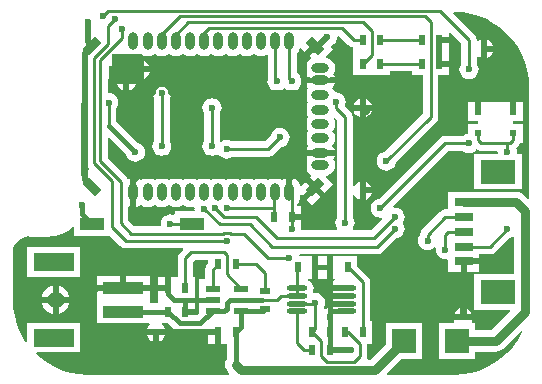
<source format=gbr>
%TF.GenerationSoftware,Altium Limited,Altium Designer,18.1.9 (240)*%
G04 Layer_Physical_Order=1*
G04 Layer_Color=255*
%FSLAX26Y26*%
%MOIN*%
%TF.FileFunction,Copper,L1,Top,Signal*%
%TF.Part,Single*%
G01*
G75*
%TA.AperFunction,SMDPad,CuDef*%
%ADD10R,0.078740X0.043307*%
%ADD11R,0.023622X0.035433*%
%ADD12O,0.031496X0.059055*%
%ADD13O,0.059055X0.031496*%
G04:AMPARAMS|DCode=14|XSize=31.496mil|YSize=59.055mil|CornerRadius=0mil|HoleSize=0mil|Usage=FLASHONLY|Rotation=135.000|XOffset=0mil|YOffset=0mil|HoleType=Round|Shape=Rectangle|*
%AMROTATEDRECTD14*
4,1,4,0.032015,0.009744,-0.009744,-0.032015,-0.032015,-0.009744,0.009744,0.032015,0.032015,0.009744,0.0*
%
%ADD14ROTATEDRECTD14*%

G04:AMPARAMS|DCode=15|XSize=31.496mil|YSize=59.055mil|CornerRadius=0mil|HoleSize=0mil|Usage=FLASHONLY|Rotation=45.000|XOffset=0mil|YOffset=0mil|HoleType=Round|Shape=Rectangle|*
%AMROTATEDRECTD15*
4,1,4,0.009744,-0.032015,-0.032015,0.009744,-0.009744,0.032015,0.032015,-0.009744,0.009744,-0.032015,0.0*
%
%ADD15ROTATEDRECTD15*%

%ADD16R,0.062992X0.031496*%
%ADD17R,0.118110X0.078740*%
%ADD18R,0.023622X0.023622*%
%ADD19R,0.137795X0.039370*%
%ADD20R,0.137795X0.059055*%
%ADD21R,0.078740X0.078740*%
%ADD22O,0.070866X0.017716*%
%ADD23R,0.035433X0.023622*%
%ADD24R,0.050000X0.023622*%
%ADD25R,0.050000X0.023622*%
%TA.AperFunction,Conductor*%
%ADD26C,0.020000*%
%ADD27C,0.015000*%
%ADD28C,0.010000*%
%ADD29C,0.030000*%
%ADD30R,0.094488X0.098425*%
%TA.AperFunction,ViaPad*%
%ADD31C,0.055118*%
%ADD32C,0.023622*%
G36*
X1524108Y1233162D02*
X1551801Y1228457D01*
X1578793Y1220680D01*
X1604744Y1209931D01*
X1629329Y1196343D01*
X1652238Y1180089D01*
X1673182Y1161371D01*
X1691900Y1140427D01*
X1708155Y1117518D01*
X1721742Y1092933D01*
X1732491Y1066982D01*
X1740267Y1039990D01*
X1744973Y1012297D01*
X1746463Y985759D01*
X1746163Y984252D01*
Y613444D01*
X1741544Y611530D01*
X1727718Y625356D01*
X1720407Y630966D01*
X1711893Y634493D01*
X1702756Y635696D01*
X1579055D01*
Y636142D01*
X1476063D01*
Y576671D01*
X1466535D01*
X1456781Y574731D01*
X1448511Y569205D01*
X1389456Y510150D01*
X1383931Y501880D01*
X1381991Y492126D01*
Y491477D01*
X1379693Y488484D01*
X1376488Y480745D01*
X1375395Y472441D01*
X1376488Y464137D01*
X1379693Y456398D01*
X1384792Y449753D01*
X1391438Y444654D01*
X1399176Y441449D01*
X1407480Y440355D01*
X1415785Y441449D01*
X1423523Y444654D01*
X1430168Y449753D01*
X1430336Y449972D01*
X1435118Y447991D01*
X1434450Y442913D01*
X1435543Y434609D01*
X1438748Y426871D01*
X1443848Y420226D01*
X1450493Y415127D01*
X1458231Y411921D01*
X1466535Y410828D01*
X1471063Y411424D01*
X1476063Y407293D01*
Y367795D01*
X1517559D01*
Y403543D01*
X1527559D01*
Y413543D01*
X1579055D01*
Y427266D01*
X1614173D01*
X1623928Y429206D01*
X1632197Y434732D01*
X1677792Y480326D01*
X1681533Y480819D01*
X1689271Y484024D01*
X1691982Y486104D01*
X1696982Y483638D01*
Y360551D01*
X1562677D01*
Y241811D01*
X1681417D01*
X1683330Y237192D01*
X1619236Y173097D01*
X1565276D01*
Y197165D01*
X1556583D01*
X1554070Y202166D01*
X1555880Y206535D01*
X1495301D01*
X1497111Y202166D01*
X1494598Y197165D01*
X1446535D01*
Y78425D01*
X1565276D01*
Y102493D01*
X1633858D01*
X1642995Y103696D01*
X1651509Y107223D01*
X1658821Y112833D01*
X1718935Y172947D01*
X1723092Y170169D01*
X1721742Y166909D01*
X1708155Y142325D01*
X1691900Y119416D01*
X1673182Y98471D01*
X1652238Y79754D01*
X1629329Y63499D01*
X1604744Y49912D01*
X1578793Y39162D01*
X1551801Y31386D01*
X1524108Y26681D01*
X1497568Y25190D01*
X1496063Y25490D01*
X1272892D01*
X1270979Y30109D01*
X1319294Y78425D01*
X1388110D01*
Y197165D01*
X1269370D01*
Y128350D01*
X1217346Y76326D01*
X1208535D01*
X1205149Y81326D01*
X1206592Y88583D01*
Y127953D01*
X1207950Y129607D01*
X1222756D01*
Y205040D01*
X1216434D01*
Y334647D01*
X1214494Y344402D01*
X1208969Y352671D01*
X1173543Y388097D01*
Y421576D01*
X1092677D01*
Y383860D01*
Y346143D01*
X1097449D01*
X1098443Y341143D01*
X1093714Y339184D01*
X1087686Y334558D01*
X1083060Y328530D01*
X1081174Y323977D01*
X1134842D01*
Y303977D01*
X1081174D01*
X1082332Y301181D01*
X1081174Y298386D01*
X1134842D01*
Y278386D01*
X1081174D01*
X1082332Y275591D01*
X1081174Y272796D01*
X1134842D01*
Y252796D01*
X1080549D01*
X1077818Y247981D01*
X1074373Y247528D01*
X1066935Y244447D01*
X1066522Y244372D01*
X1061409Y246615D01*
X1060890Y249234D01*
X1061252Y249705D01*
X1064457Y257444D01*
X1065550Y265748D01*
X1064457Y274052D01*
X1061252Y281791D01*
X1056152Y288436D01*
X1049507Y293535D01*
X1041769Y296740D01*
X1033465Y297834D01*
X1025773Y296821D01*
X1023967Y301181D01*
X1026147Y306443D01*
X1027138Y313977D01*
X1026147Y321510D01*
X1023239Y328530D01*
X1018613Y334558D01*
X1012585Y339184D01*
X1007858Y341142D01*
X1008853Y346142D01*
X1023464D01*
Y383858D01*
Y421575D01*
X980275D01*
X979906Y422266D01*
X982903Y427266D01*
X1240158D01*
X1249912Y429206D01*
X1258181Y434732D01*
X1303776Y480326D01*
X1307517Y480819D01*
X1315255Y484024D01*
X1321900Y489123D01*
X1326999Y495768D01*
X1330205Y503507D01*
X1331298Y511811D01*
X1330205Y520115D01*
X1326999Y527854D01*
X1324205Y531496D01*
X1326999Y535138D01*
X1330205Y542877D01*
X1331298Y551181D01*
X1330205Y559485D01*
X1326999Y567224D01*
X1321900Y573869D01*
X1315255Y578968D01*
X1307517Y582173D01*
X1299213Y583267D01*
X1295141Y582731D01*
X1292806Y587466D01*
X1477094Y771754D01*
X1526239D01*
X1529233Y769457D01*
X1536971Y766252D01*
X1545276Y765159D01*
X1553580Y766252D01*
X1561318Y769457D01*
X1567964Y774556D01*
X1569874Y777047D01*
X1574891Y773695D01*
X1584646Y771754D01*
X1637883D01*
X1641179Y767995D01*
X1641143Y767716D01*
X1641384Y765885D01*
X1638087Y762126D01*
X1562677D01*
Y643386D01*
X1720787D01*
Y762126D01*
X1708370D01*
X1705073Y765885D01*
X1705314Y767716D01*
X1704220Y776021D01*
X1702368Y780493D01*
X1710937Y789063D01*
X1716463Y797332D01*
X1716774Y798898D01*
X1724724D01*
Y862520D01*
X1693620D01*
Y869764D01*
X1724724D01*
Y933386D01*
X1682241D01*
X1681032Y934194D01*
X1673228Y935746D01*
X1594488D01*
X1586685Y934194D01*
X1585475Y933386D01*
X1542992D01*
Y869764D01*
X1574096D01*
Y862520D01*
X1542992D01*
Y829029D01*
X1536971Y828236D01*
X1529233Y825031D01*
X1526239Y822734D01*
X1466535D01*
X1456781Y820794D01*
X1448511Y815268D01*
X1245437Y612193D01*
X1241696Y611701D01*
X1233957Y608496D01*
X1227312Y603397D01*
X1222213Y596751D01*
X1219008Y589013D01*
X1217915Y580709D01*
X1219008Y572404D01*
X1222213Y564666D01*
X1227312Y558021D01*
X1233957Y552922D01*
X1241696Y549716D01*
X1250000Y548623D01*
X1254072Y549159D01*
X1256407Y544423D01*
X1219757Y507773D01*
X1160086D01*
X1157620Y512773D01*
X1159677Y515453D01*
X1162882Y523192D01*
X1163975Y531496D01*
X1162882Y539800D01*
X1159677Y547539D01*
X1157380Y550533D01*
Y624606D01*
X1162380Y625600D01*
X1163158Y623721D01*
X1168257Y617076D01*
X1174902Y611977D01*
X1180945Y609474D01*
Y639764D01*
Y670054D01*
X1174902Y667551D01*
X1168257Y662452D01*
X1163158Y655807D01*
X1162380Y653927D01*
X1157380Y654922D01*
Y885826D01*
X1155439Y895581D01*
X1149914Y903850D01*
X1131502Y922262D01*
X1133354Y926735D01*
X1134448Y935039D01*
X1133354Y943344D01*
X1130149Y951082D01*
X1125050Y957727D01*
X1118405Y962826D01*
X1110667Y966032D01*
X1102362Y967125D01*
X1097390Y966470D01*
X1093972Y974721D01*
X1088242Y982189D01*
X1091194Y986226D01*
X1093972Y989846D01*
X1097297Y997875D01*
X1048966D01*
X1000636D01*
X1003961Y989846D01*
X1006739Y986226D01*
X1009691Y982189D01*
X1003961Y974721D01*
X1000359Y966025D01*
X999130Y956693D01*
X1000359Y947361D01*
X1003961Y938665D01*
X1008253Y933071D01*
X1003961Y927477D01*
X1000359Y918781D01*
X999130Y909449D01*
X1000359Y900117D01*
X1003961Y891421D01*
X1008253Y885827D01*
X1003961Y880233D01*
X1000359Y871537D01*
X999130Y862205D01*
X1000359Y852873D01*
X1003961Y844177D01*
X1008253Y838583D01*
X1003961Y832989D01*
X1000359Y824293D01*
X999130Y814961D01*
X1000359Y805629D01*
X1003961Y796933D01*
X1006739Y793313D01*
X1009691Y789275D01*
X1003961Y781808D01*
X1000636Y773780D01*
X1048966D01*
X1097297D01*
X1093972Y781808D01*
X1088242Y789275D01*
X1091194Y793313D01*
X1093972Y796933D01*
X1097574Y805629D01*
X1098803Y814961D01*
X1097574Y824293D01*
X1093972Y832989D01*
X1089680Y838583D01*
X1093972Y844177D01*
X1097574Y852873D01*
X1098803Y862205D01*
X1097574Y871537D01*
X1093972Y880233D01*
X1092679Y881918D01*
X1096446Y885222D01*
X1106400Y875268D01*
Y550533D01*
X1104103Y547539D01*
X1100898Y539800D01*
X1099804Y531496D01*
X1100898Y523192D01*
X1104103Y515453D01*
X1106159Y512773D01*
X1103694Y507773D01*
X990070D01*
X986773Y511533D01*
X986810Y511811D01*
X986535Y513895D01*
Y541181D01*
X954725D01*
Y561181D01*
X986535D01*
Y588898D01*
X972468D01*
X970861Y593632D01*
X972100Y594583D01*
X977830Y602051D01*
X981432Y610747D01*
X982661Y620079D01*
Y623096D01*
X987280Y625010D01*
X989649Y622641D01*
X1017600Y650591D01*
X999393Y668797D01*
X986052Y655456D01*
X981158Y657633D01*
X977830Y665666D01*
X972100Y673134D01*
X964633Y678864D01*
X956604Y682189D01*
Y633858D01*
X936604D01*
Y682189D01*
X928576Y678864D01*
X922982Y674572D01*
X917389Y678864D01*
X908692Y682466D01*
X899360Y683694D01*
X890028Y682466D01*
X881332Y678864D01*
X875738Y674572D01*
X870144Y678864D01*
X861448Y682466D01*
X852116Y683694D01*
X842784Y682466D01*
X834088Y678864D01*
X828494Y674572D01*
X822900Y678864D01*
X814204Y682466D01*
X804872Y683694D01*
X795540Y682466D01*
X786844Y678864D01*
X781250Y674572D01*
X775656Y678864D01*
X766960Y682466D01*
X757628Y683694D01*
X748296Y682466D01*
X739600Y678864D01*
X734006Y674572D01*
X728412Y678864D01*
X719716Y682466D01*
X710384Y683694D01*
X701052Y682466D01*
X692356Y678864D01*
X686762Y674572D01*
X681168Y678864D01*
X672472Y682466D01*
X663140Y683694D01*
X653808Y682466D01*
X645111Y678864D01*
X639518Y674572D01*
X633924Y678864D01*
X625228Y682466D01*
X615896Y683694D01*
X606563Y682466D01*
X597867Y678864D01*
X592274Y674572D01*
X586680Y678864D01*
X577984Y682466D01*
X568652Y683694D01*
X559319Y682466D01*
X550623Y678864D01*
X545029Y674572D01*
X539436Y678864D01*
X530740Y682466D01*
X521407Y683694D01*
X512075Y682466D01*
X503379Y678864D01*
X497785Y674572D01*
X492192Y678864D01*
X483495Y682466D01*
X474163Y683694D01*
X464831Y682466D01*
X456135Y678864D01*
X450541Y674572D01*
X444947Y678864D01*
X436919Y682189D01*
Y633858D01*
Y585528D01*
X444947Y588853D01*
X450541Y593145D01*
X456135Y588853D01*
X464831Y585251D01*
X474163Y584022D01*
X483495Y585251D01*
X492192Y588853D01*
X497785Y593145D01*
X503379Y588853D01*
X512075Y585251D01*
X521407Y584022D01*
X530740Y585251D01*
X539436Y588853D01*
X545029Y593145D01*
X550623Y588853D01*
X559319Y585251D01*
X568652Y584022D01*
X577984Y585251D01*
X586680Y588853D01*
X592274Y593145D01*
X597867Y588853D01*
X606563Y585251D01*
X615896Y584022D01*
X625228Y585251D01*
X626024Y585581D01*
X630604Y582066D01*
X630223Y579169D01*
X630798Y574798D01*
X627501Y571039D01*
X564088D01*
Y560719D01*
X559930Y557941D01*
X557745Y558846D01*
X549440Y559939D01*
X541136Y558846D01*
X533398Y555641D01*
X526753Y550542D01*
X521654Y543897D01*
X518448Y536158D01*
X517355Y527854D01*
X517848Y524107D01*
X514551Y520348D01*
X429973D01*
X409348Y540973D01*
Y584164D01*
X413505Y586942D01*
X416919Y585528D01*
Y633858D01*
Y682189D01*
X412176Y680225D01*
X408430Y679299D01*
X405207Y682340D01*
X401882Y687315D01*
X340450Y748747D01*
Y814578D01*
X345070Y816491D01*
X402068Y759493D01*
X402079Y759412D01*
X405284Y751674D01*
X410383Y745029D01*
X417028Y739930D01*
X424767Y736724D01*
X433071Y735631D01*
X441375Y736724D01*
X449114Y739930D01*
X455759Y745029D01*
X460858Y751674D01*
X464063Y759412D01*
X465156Y767716D01*
X464063Y776021D01*
X460858Y783759D01*
X455759Y790404D01*
X449114Y795503D01*
X441375Y798709D01*
X441295Y798719D01*
X369978Y870036D01*
Y913258D01*
X372275Y916251D01*
X375480Y923990D01*
X376574Y932294D01*
X375480Y940598D01*
X372275Y948337D01*
X367176Y954982D01*
X360531Y960081D01*
X352793Y963286D01*
X344488Y964380D01*
X344210Y964343D01*
X340450Y967640D01*
Y1010940D01*
X344608Y1013718D01*
X346299Y1013017D01*
Y1043307D01*
X366299D01*
Y1013017D01*
X367932Y1013693D01*
X368303Y1013577D01*
X372266Y1010077D01*
X371458Y1003937D01*
X372551Y995633D01*
X375756Y987894D01*
X380855Y981249D01*
X387500Y976150D01*
X393543Y973647D01*
Y1003937D01*
X413543D01*
Y973647D01*
X419586Y976150D01*
X426231Y981249D01*
X431330Y987894D01*
X434536Y995633D01*
X435629Y1003937D01*
X434820Y1010077D01*
X438784Y1013577D01*
X439155Y1013693D01*
X440787Y1013017D01*
Y1043307D01*
Y1073597D01*
X439155Y1072921D01*
X438784Y1073037D01*
X434820Y1076537D01*
X435629Y1082677D01*
X434797Y1088996D01*
X436251Y1089188D01*
X444947Y1092790D01*
X450541Y1097082D01*
X456135Y1092790D01*
X464831Y1089188D01*
X474163Y1087959D01*
X483495Y1089188D01*
X492192Y1092790D01*
X497785Y1097082D01*
X503379Y1092790D01*
X512075Y1089188D01*
X521407Y1087959D01*
X530740Y1089188D01*
X539436Y1092790D01*
X545029Y1097082D01*
X550623Y1092790D01*
X559319Y1089188D01*
X568652Y1087959D01*
X577984Y1089188D01*
X586680Y1092790D01*
X592274Y1097082D01*
X597867Y1092790D01*
X606563Y1089188D01*
X615896Y1087959D01*
X625228Y1089188D01*
X633924Y1092790D01*
X639518Y1097082D01*
X645111Y1092790D01*
X653808Y1089188D01*
X663140Y1087959D01*
X672472Y1089188D01*
X681168Y1092790D01*
X686762Y1097082D01*
X692356Y1092790D01*
X701052Y1089188D01*
X710384Y1087959D01*
X719716Y1089188D01*
X728412Y1092790D01*
X734006Y1097082D01*
X739600Y1092790D01*
X748296Y1089188D01*
X757628Y1087959D01*
X766960Y1089188D01*
X775656Y1092790D01*
X781250Y1097082D01*
X786844Y1092790D01*
X795540Y1089188D01*
X804872Y1087959D01*
X814204Y1089188D01*
X822900Y1092790D01*
X828494Y1097082D01*
X834088Y1092790D01*
X842784Y1089188D01*
X852116Y1087959D01*
X861448Y1089188D01*
X868870Y1092262D01*
X873870Y1089983D01*
Y1010089D01*
X874091Y1008982D01*
X873426Y1003937D01*
X874520Y995633D01*
X877725Y987894D01*
X882824Y981249D01*
X889469Y976150D01*
X897207Y972945D01*
X905512Y971851D01*
X913816Y972945D01*
X921554Y976150D01*
X928200Y981249D01*
X932037D01*
X938682Y976150D01*
X946420Y972945D01*
X954724Y971851D01*
X963029Y972945D01*
X970767Y976150D01*
X977412Y981249D01*
X982511Y987894D01*
X985717Y995633D01*
X986810Y1003937D01*
X985717Y1012241D01*
X982511Y1019980D01*
X977412Y1026625D01*
X972094Y1030706D01*
Y1098515D01*
X972100Y1098520D01*
X977830Y1105988D01*
X981158Y1114021D01*
X986052Y1116198D01*
X999393Y1102857D01*
X1024671Y1128134D01*
X1038813Y1113992D01*
X1013535Y1088715D01*
X1018659Y1083591D01*
X1017806Y1079305D01*
X1016904Y1078275D01*
X1009691Y1072740D01*
X1003961Y1065272D01*
X1000359Y1056576D01*
X999130Y1047244D01*
X1000359Y1037912D01*
X1003961Y1029216D01*
X1005232Y1027559D01*
X1003961Y1025902D01*
X1000636Y1017875D01*
X1014737D01*
X1017158Y1016017D01*
X1025854Y1012415D01*
X1035187Y1011186D01*
X1048966D01*
X1062746D01*
X1072079Y1012415D01*
X1080775Y1016017D01*
X1083196Y1017875D01*
X1097297D01*
X1093972Y1025902D01*
X1092700Y1027559D01*
X1093972Y1029216D01*
X1097574Y1037912D01*
X1098803Y1047244D01*
X1097574Y1056576D01*
X1093972Y1065272D01*
X1088242Y1072740D01*
X1080774Y1078470D01*
X1072078Y1082072D01*
X1069478Y1082414D01*
X1067870Y1087149D01*
X1092041Y1111320D01*
X1085480Y1117881D01*
X1086455Y1122785D01*
X1088877Y1123788D01*
X1095523Y1128887D01*
X1100621Y1135532D01*
X1103827Y1143271D01*
X1104920Y1151575D01*
X1108779Y1154346D01*
X1112661Y1154441D01*
X1143393Y1123708D01*
X1151663Y1118183D01*
X1159134Y1116697D01*
Y1104015D01*
X1159134Y1104015D01*
Y1100707D01*
X1159134D01*
X1159134Y1099015D01*
Y1025274D01*
X1281811D01*
Y1037503D01*
X1355984D01*
Y1025276D01*
X1391833D01*
Y896385D01*
X1265122Y769674D01*
X1261381Y769181D01*
X1253642Y765976D01*
X1246997Y760877D01*
X1241898Y754232D01*
X1238693Y746493D01*
X1237600Y738189D01*
X1238693Y729885D01*
X1241898Y722146D01*
X1246997Y715501D01*
X1253642Y710402D01*
X1261381Y707197D01*
X1269685Y706104D01*
X1277989Y707197D01*
X1285728Y710402D01*
X1292373Y715501D01*
X1297472Y722146D01*
X1300677Y729885D01*
X1301170Y733626D01*
X1435347Y867803D01*
X1440872Y876072D01*
X1442813Y885827D01*
Y1025276D01*
X1478661D01*
Y1052992D01*
X1446851D01*
Y1072992D01*
X1478661D01*
Y1100709D01*
X1478662D01*
Y1104016D01*
X1478661D01*
Y1131732D01*
X1446851D01*
Y1151732D01*
X1478661D01*
Y1165765D01*
X1483281Y1167679D01*
X1519786Y1131174D01*
Y1062343D01*
X1517489Y1059350D01*
X1514283Y1051611D01*
X1513190Y1043307D01*
X1514283Y1035003D01*
X1517489Y1027264D01*
X1522588Y1020619D01*
X1529233Y1015520D01*
X1536971Y1012315D01*
X1545276Y1011222D01*
X1553580Y1012315D01*
X1561318Y1015520D01*
X1567964Y1020619D01*
X1573062Y1027264D01*
X1576268Y1035003D01*
X1577361Y1043307D01*
X1576268Y1051611D01*
X1573062Y1059350D01*
X1570765Y1062343D01*
Y1084008D01*
X1575765Y1086474D01*
X1578446Y1084418D01*
X1584488Y1081915D01*
Y1112205D01*
Y1142495D01*
X1578446Y1139992D01*
X1575765Y1137935D01*
X1570765Y1140401D01*
Y1141732D01*
X1568825Y1151487D01*
X1563300Y1159756D01*
X1493322Y1229734D01*
X1495236Y1234353D01*
X1496062D01*
X1496063Y1234353D01*
X1501019Y1234458D01*
X1524108Y1233162D01*
D02*
G37*
G36*
X257444Y933575D02*
X265748Y932481D01*
X266027Y932518D01*
X269786Y929221D01*
Y730035D01*
X271726Y720281D01*
X277252Y712011D01*
X279123Y710140D01*
X256487Y687504D01*
X251868Y689418D01*
Y931384D01*
X256025Y934162D01*
X257444Y933575D01*
D02*
G37*
G36*
X229442Y519373D02*
Y487732D01*
X348182D01*
X348182Y487732D01*
Y487732D01*
X352041Y485188D01*
X382812Y454417D01*
X391081Y448891D01*
X400836Y446951D01*
X591378D01*
X593292Y442332D01*
X582370Y431410D01*
X576844Y423140D01*
X574904Y413386D01*
Y352677D01*
X551338D01*
Y314961D01*
X541338D01*
Y304961D01*
X509527D01*
Y277244D01*
X509527D01*
Y273937D01*
X509527D01*
Y263958D01*
X482598D01*
Y275276D01*
Y304961D01*
X393701D01*
X304803D01*
Y275276D01*
Y196536D01*
X479570D01*
X481268Y191536D01*
X479281Y190011D01*
X474182Y183366D01*
X471679Y177323D01*
X532258D01*
X529755Y183366D01*
X524656Y190011D01*
X520104Y193504D01*
X521801Y198504D01*
X539829D01*
X561095Y177237D01*
X566840Y172829D01*
X573530Y170058D01*
X580709Y169113D01*
X649606D01*
X656785Y170058D01*
X663475Y172829D01*
X669220Y177237D01*
X672231Y180249D01*
X676850Y178335D01*
Y177323D01*
X708661D01*
Y167323D01*
X718661D01*
Y129606D01*
X739979D01*
Y80401D01*
X737144Y76706D01*
X733617Y68192D01*
X732414Y59055D01*
X733617Y49918D01*
X737144Y41404D01*
X742754Y34093D01*
X746738Y30109D01*
X744824Y25490D01*
X280549D01*
X280540Y25490D01*
X275591Y25490D01*
Y25490D01*
X270634Y25384D01*
X247545Y26681D01*
X219852Y31386D01*
X192861Y39162D01*
X166909Y49912D01*
X142325Y63499D01*
X119416Y79754D01*
X102267Y95079D01*
X104176Y100079D01*
X250315D01*
Y199134D01*
X72520D01*
Y137844D01*
X67756Y136325D01*
X63499Y142325D01*
X49912Y166909D01*
X39162Y192861D01*
X31386Y219852D01*
X26681Y247545D01*
X25191Y274085D01*
X25490Y275591D01*
Y433071D01*
X25220Y434430D01*
X26870Y446969D01*
X32235Y459921D01*
X40769Y471042D01*
X51890Y479576D01*
X64842Y484941D01*
X77381Y486592D01*
X78740Y486321D01*
X147638D01*
X149044Y486601D01*
X163917Y487771D01*
X179794Y491583D01*
X194881Y497832D01*
X208803Y506364D01*
X221220Y516969D01*
X224751Y521104D01*
X229442Y519373D01*
D02*
G37*
G36*
X676850Y397938D02*
X672914Y394002D01*
X667389Y385732D01*
X665449Y375978D01*
Y344778D01*
X645938D01*
Y281156D01*
Y281153D01*
X690938D01*
Y270002D01*
X645943D01*
Y265565D01*
X645938D01*
Y243754D01*
X645945D01*
Y232415D01*
X638117Y224588D01*
X632205D01*
Y226220D01*
X600393D01*
Y246220D01*
X632205D01*
Y273937D01*
X632205D01*
Y277244D01*
X632205D01*
Y352677D01*
X625884D01*
Y402828D01*
X630637Y407581D01*
X676850D01*
Y397938D01*
D02*
G37*
%LPC*%
G36*
X1604488Y1142495D02*
Y1122205D01*
X1624778D01*
X1622275Y1128247D01*
X1617176Y1134893D01*
X1610531Y1139992D01*
X1604488Y1142495D01*
D02*
G37*
G36*
X1624778Y1102205D02*
X1604488D01*
Y1081915D01*
X1610531Y1084418D01*
X1617176Y1089517D01*
X1622275Y1096162D01*
X1624778Y1102205D01*
D02*
G37*
G36*
X460787Y1073597D02*
Y1053307D01*
X481077D01*
X478574Y1059350D01*
X473475Y1065995D01*
X466830Y1071094D01*
X460787Y1073597D01*
D02*
G37*
G36*
X481077Y1033307D02*
X460787D01*
Y1013017D01*
X466830Y1015520D01*
X473475Y1020619D01*
X478574Y1027264D01*
X481077Y1033307D01*
D02*
G37*
G36*
X1200945Y945644D02*
Y925354D01*
X1221235D01*
X1218732Y931397D01*
X1213633Y938042D01*
X1206988Y943141D01*
X1200945Y945644D01*
D02*
G37*
G36*
X1180945D02*
X1174902Y943141D01*
X1168257Y938042D01*
X1163158Y931397D01*
X1160655Y925354D01*
X1180945D01*
Y945644D01*
D02*
G37*
G36*
X1221235Y905354D02*
X1200945D01*
Y885064D01*
X1206988Y887567D01*
X1213633Y892666D01*
X1218732Y899312D01*
X1221235Y905354D01*
D02*
G37*
G36*
X1180945D02*
X1160655D01*
X1163158Y899312D01*
X1168257Y892666D01*
X1174902Y887567D01*
X1180945Y885064D01*
Y905354D01*
D02*
G37*
G36*
X521654Y996652D02*
X513349Y995559D01*
X505611Y992354D01*
X498966Y987255D01*
X493867Y980610D01*
X490661Y972871D01*
X489568Y964567D01*
X490661Y956263D01*
X493867Y948524D01*
X496164Y945530D01*
Y806438D01*
X493867Y803444D01*
X490661Y795706D01*
X489568Y787402D01*
X490661Y779097D01*
X493867Y771359D01*
X498966Y764714D01*
X505611Y759615D01*
X513349Y756409D01*
X521654Y755316D01*
X529958Y756409D01*
X537696Y759615D01*
X544341Y764714D01*
X549440Y771359D01*
X552646Y779097D01*
X553739Y787402D01*
X552646Y795706D01*
X549440Y803444D01*
X547143Y806438D01*
Y945530D01*
X549440Y948524D01*
X552646Y956263D01*
X553739Y964567D01*
X552646Y972871D01*
X549440Y980610D01*
X544341Y987255D01*
X537696Y992354D01*
X529958Y995559D01*
X521654Y996652D01*
D02*
G37*
G36*
X688976Y947440D02*
X680672Y946346D01*
X672934Y943141D01*
X666288Y938042D01*
X661189Y931397D01*
X657984Y923659D01*
X656891Y915354D01*
X657984Y907050D01*
X661189Y899312D01*
X663487Y896318D01*
Y806438D01*
X661189Y803444D01*
X657984Y795706D01*
X656891Y787402D01*
X657984Y779097D01*
X661189Y771359D01*
X666288Y764714D01*
X672934Y759615D01*
X680672Y756409D01*
X688976Y755316D01*
X697281Y756409D01*
X705019Y759615D01*
X705940Y760321D01*
X712370Y758952D01*
X715501Y754871D01*
X722146Y749772D01*
X729885Y746567D01*
X738189Y745474D01*
X746493Y746567D01*
X754232Y749772D01*
X757225Y752069D01*
X875984D01*
X885739Y754010D01*
X894008Y759535D01*
X919918Y785444D01*
X923659Y785937D01*
X931397Y789142D01*
X938042Y794241D01*
X943141Y800886D01*
X946346Y808625D01*
X947440Y816929D01*
X946346Y825233D01*
X943141Y832972D01*
X938042Y839617D01*
X931397Y844716D01*
X923659Y847921D01*
X915354Y849015D01*
X907050Y847921D01*
X899312Y844716D01*
X892666Y839617D01*
X887567Y832972D01*
X884362Y825233D01*
X883870Y821492D01*
X865426Y803049D01*
X757225D01*
X754232Y805346D01*
X746493Y808551D01*
X738189Y809645D01*
X729885Y808551D01*
X722146Y805346D01*
X718916Y802867D01*
X716763Y803444D01*
X714466Y806438D01*
Y896318D01*
X716763Y899312D01*
X719969Y907050D01*
X721062Y915354D01*
X719969Y923659D01*
X716763Y931397D01*
X711664Y938042D01*
X705019Y943141D01*
X697281Y946346D01*
X688976Y947440D01*
D02*
G37*
G36*
X1200945Y670054D02*
Y649764D01*
X1221235D01*
X1218732Y655807D01*
X1213633Y662452D01*
X1206988Y667551D01*
X1200945Y670054D01*
D02*
G37*
G36*
X1062746Y760468D02*
X1048966D01*
X1035187D01*
X1025854Y759240D01*
X1017157Y755637D01*
X1014737Y753780D01*
X1000636D01*
X1003961Y745751D01*
X1005232Y744095D01*
X1003961Y742438D01*
X1000359Y733742D01*
X999130Y724410D01*
X1000359Y715077D01*
X1003961Y706381D01*
X1009691Y698914D01*
X1016904Y693379D01*
X1017806Y692348D01*
X1018659Y688063D01*
X1013535Y682939D01*
X1038813Y657662D01*
X1064091Y632384D01*
X1092041Y660334D01*
X1067870Y684505D01*
X1069478Y689239D01*
X1072078Y689582D01*
X1080774Y693184D01*
X1088242Y698914D01*
X1093972Y706381D01*
X1097574Y715077D01*
X1098803Y724410D01*
X1097574Y733742D01*
X1093972Y742438D01*
X1092700Y744095D01*
X1093972Y745751D01*
X1097297Y753780D01*
X1083196D01*
X1080775Y755637D01*
X1072078Y759240D01*
X1062746Y760468D01*
D02*
G37*
G36*
X1221235Y629764D02*
X1200945D01*
Y609474D01*
X1206988Y611977D01*
X1213633Y617076D01*
X1218732Y623721D01*
X1221235Y629764D01*
D02*
G37*
G36*
X1031742Y636449D02*
X1003792Y608499D01*
X1021998Y590292D01*
X1049949Y618242D01*
X1031742Y636449D01*
D02*
G37*
G36*
X1579055Y393543D02*
X1537559D01*
Y367795D01*
X1579055D01*
Y393543D01*
D02*
G37*
G36*
X1072677Y421576D02*
X1050866D01*
Y421575D01*
X1043464D01*
Y383858D01*
Y346142D01*
X1065275D01*
Y346143D01*
X1072677D01*
Y383860D01*
Y421576D01*
D02*
G37*
G36*
X1535591Y246825D02*
Y226535D01*
X1555880D01*
X1553378Y232578D01*
X1548278Y239223D01*
X1541633Y244322D01*
X1535591Y246825D01*
D02*
G37*
G36*
X1515591D02*
X1509548Y244322D01*
X1502903Y239223D01*
X1497804Y232578D01*
X1495301Y226535D01*
X1515591D01*
Y246825D01*
D02*
G37*
G36*
X250315Y451102D02*
X72520D01*
Y352047D01*
X250315D01*
Y451102D01*
D02*
G37*
G36*
X482598Y354646D02*
X403701D01*
Y324961D01*
X482598D01*
Y354646D01*
D02*
G37*
G36*
X383701D02*
X304803D01*
Y324961D01*
X383701D01*
Y354646D01*
D02*
G37*
G36*
X531338Y352677D02*
X509527D01*
Y324961D01*
X531338D01*
Y352677D01*
D02*
G37*
G36*
X177323Y322243D02*
Y285591D01*
X213976D01*
X213658Y288006D01*
X208865Y299575D01*
X201242Y309510D01*
X191308Y317133D01*
X179738Y321925D01*
X177323Y322243D01*
D02*
G37*
G36*
X157323D02*
X154907Y321925D01*
X143338Y317133D01*
X133403Y309510D01*
X125780Y299575D01*
X120988Y288006D01*
X120670Y285591D01*
X157323D01*
Y322243D01*
D02*
G37*
G36*
X213976Y265591D02*
X177323D01*
Y228938D01*
X179738Y229256D01*
X191308Y234048D01*
X201242Y241671D01*
X208865Y251606D01*
X213658Y263175D01*
X213976Y265591D01*
D02*
G37*
G36*
X157323D02*
X120670D01*
X120988Y263175D01*
X125780Y251606D01*
X133403Y241671D01*
X143338Y234048D01*
X154907Y229256D01*
X157323Y228938D01*
Y265591D01*
D02*
G37*
G36*
X532258Y157323D02*
X511969D01*
Y137033D01*
X518011Y139536D01*
X524656Y144635D01*
X529755Y151280D01*
X532258Y157323D01*
D02*
G37*
G36*
X491969D02*
X471679D01*
X474182Y151280D01*
X479281Y144635D01*
X485926Y139536D01*
X491969Y137033D01*
Y157323D01*
D02*
G37*
G36*
X698661Y157323D02*
X676850D01*
Y129606D01*
X698661D01*
Y157323D01*
D02*
G37*
%LPD*%
D10*
X623458Y529386D02*
D03*
X288812D02*
D03*
D11*
X895669Y551181D02*
D03*
X954725D02*
D03*
X1387795Y1062992D02*
D03*
X1446851D02*
D03*
X1250000Y1062991D02*
D03*
X1190945D02*
D03*
Y1141731D02*
D03*
X1250000D02*
D03*
X1387795Y1141732D02*
D03*
X1446851D02*
D03*
X1131889Y167323D02*
D03*
X1190945D02*
D03*
X1141732Y383860D02*
D03*
X1082677D02*
D03*
X1023622Y108268D02*
D03*
X1082677D02*
D03*
Y167323D02*
D03*
X1023622D02*
D03*
X1033464Y383859D02*
D03*
X974409D02*
D03*
X708661Y167323D02*
D03*
X767717D02*
D03*
X708661Y393701D02*
D03*
X767717D02*
D03*
X541338Y314961D02*
D03*
X600394D02*
D03*
Y236220D02*
D03*
X541338D02*
D03*
D12*
X426919Y633858D02*
D03*
X474163D02*
D03*
X521407D02*
D03*
X568652D02*
D03*
X615896D02*
D03*
X663140D02*
D03*
X710384D02*
D03*
X757628D02*
D03*
X804872D02*
D03*
X852116D02*
D03*
X899360D02*
D03*
X946604D02*
D03*
Y1137795D02*
D03*
X899360D02*
D03*
X852116D02*
D03*
X804872D02*
D03*
X757628D02*
D03*
X710384D02*
D03*
X663140D02*
D03*
X615896D02*
D03*
X568652D02*
D03*
X521407D02*
D03*
X474163D02*
D03*
X426919D02*
D03*
D13*
X1048966Y1007874D02*
D03*
Y763780D02*
D03*
Y1047244D02*
D03*
Y956693D02*
D03*
Y909449D02*
D03*
Y862205D02*
D03*
Y814961D02*
D03*
Y724410D02*
D03*
D14*
X1031742Y650591D02*
D03*
X289616Y1121063D02*
D03*
D15*
Y650591D02*
D03*
X1031742Y1121063D02*
D03*
D16*
X1527559Y403543D02*
D03*
Y452756D02*
D03*
Y600394D02*
D03*
Y551181D02*
D03*
Y501969D02*
D03*
D17*
X1641732Y301181D02*
D03*
Y702756D02*
D03*
D18*
X1692913Y901575D02*
D03*
X1574803D02*
D03*
Y830709D02*
D03*
X1692913D02*
D03*
D19*
X393701Y236220D02*
D03*
Y314961D02*
D03*
D20*
X161417Y149606D02*
D03*
Y401575D02*
D03*
D21*
X1328740Y137795D02*
D03*
X1505906D02*
D03*
D22*
X971456Y313977D02*
D03*
Y288386D02*
D03*
Y262796D02*
D03*
Y237205D02*
D03*
X1134842Y313977D02*
D03*
Y288386D02*
D03*
Y262796D02*
D03*
Y237205D02*
D03*
D23*
X866143Y305118D02*
D03*
Y246063D02*
D03*
D24*
X785427Y312967D02*
D03*
Y238163D02*
D03*
D25*
X690938Y312967D02*
D03*
Y275565D02*
D03*
X690945Y238189D02*
D03*
D26*
X1028912Y1107653D02*
X1072835Y1151575D01*
X305118Y167323D02*
X708661D01*
X265748Y964567D02*
Y1097195D01*
X551338Y964567D02*
X994095D01*
X551338D02*
Y976863D01*
X533949Y994252D02*
X551338Y976863D01*
X509358Y994252D02*
X533949D01*
X491969Y976863D02*
X509358Y994252D01*
X491969Y964567D02*
Y976863D01*
X450787Y964567D02*
X491969D01*
X265748Y674459D02*
Y964567D01*
X275591Y1135089D02*
Y1200787D01*
Y1135089D02*
X289616Y1121063D01*
X305118Y314961D02*
X393701D01*
X1190945Y915354D02*
X1204724Y901575D01*
X1018332Y1107653D02*
X1031742Y1121063D01*
X994095Y1083416D02*
X1018332Y1107653D01*
X1028912D01*
X1082677Y108268D02*
X1082677Y108268D01*
X1151575D01*
X442175Y688238D02*
X954724D01*
X994095D01*
Y767716D02*
Y964567D01*
Y688238D02*
Y767716D01*
Y1003937D02*
Y1083416D01*
Y964567D02*
Y1003937D01*
X265748Y674459D02*
X289616Y650591D01*
X265748Y1097195D02*
X289616Y1121063D01*
X426919Y633858D02*
Y672982D01*
X442175Y688238D01*
X994095D02*
X1031742Y650591D01*
X275591Y285433D02*
X305118Y314961D01*
X1574803Y984252D02*
X1683071D01*
X1574803D02*
X1574803Y984252D01*
Y901575D02*
Y984252D01*
X1446851Y1062992D02*
Y1141732D01*
X1692913Y901575D02*
Y974409D01*
X1683071Y984252D02*
X1692913Y974409D01*
X305118Y167323D02*
X305118Y167323D01*
X275591Y196850D02*
X305118Y167323D01*
X275591Y196850D02*
Y285433D01*
D27*
X1082677Y127953D02*
Y236220D01*
X255905Y562292D02*
X288812Y529386D01*
X255905Y562292D02*
Y590551D01*
X344490Y856298D02*
X433071Y767716D01*
X344488Y856298D02*
X344490D01*
X1190945Y915354D02*
Y964567D01*
X1147638Y1007874D02*
X1190945Y964567D01*
X1048966Y1007874D02*
X1147638D01*
X1525591Y216535D02*
X1527559Y218504D01*
Y403543D01*
X1082677Y314961D02*
Y383860D01*
X393701Y314961D02*
X541338D01*
X946604Y680118D02*
X954724Y688238D01*
X946604Y633858D02*
Y680118D01*
X994095Y767716D02*
X998031Y763780D01*
X1048966D01*
X994095Y1003937D02*
X998032Y1007874D01*
X1048966D01*
X785427Y238163D02*
X858243D01*
X866143Y246063D01*
X748032Y275591D02*
X856299D01*
X1082676Y383859D02*
X1082677Y383860D01*
X1033464Y383859D02*
X1082676D01*
X1082677Y236220D02*
Y265748D01*
Y236220D02*
X1083661Y237205D01*
X1134842D01*
X1082677Y265748D02*
Y285433D01*
Y265748D02*
X1085629Y262796D01*
X1134842D01*
X1082677Y285433D02*
Y314961D01*
Y285433D02*
X1085630Y288386D01*
X1134842D01*
X1082677Y314961D02*
X1083661Y313977D01*
X1134842D01*
X1082677Y127953D02*
Y167323D01*
Y108268D02*
Y127953D01*
X1082677Y127953D02*
X1082677Y127953D01*
X738189Y265748D02*
X748032Y275591D01*
X738189Y246063D02*
Y265748D01*
X730315Y238189D02*
X738189Y246063D01*
X690945Y238189D02*
X730315D01*
X649606Y196850D02*
X690945Y238189D01*
X580709Y196850D02*
X649606D01*
X541338Y236220D02*
X580709Y196850D01*
X393701Y236220D02*
X541338D01*
X785427Y185033D02*
Y238163D01*
X767717Y167323D02*
X785427Y185033D01*
X767716Y167323D02*
X767717Y167323D01*
X767716Y59055D02*
Y167323D01*
X541338Y314961D02*
X541338Y314961D01*
X541338Y295276D02*
Y314961D01*
Y295276D02*
X561024Y275591D01*
X600394D01*
X600419Y275565D01*
X690938D01*
X600394Y236220D02*
Y275591D01*
D28*
X383858Y530415D02*
X419415Y494858D01*
X750682D02*
X794512D01*
X748414Y497126D02*
X750682Y494858D01*
X727964Y497126D02*
X748414D01*
X725696Y494858D02*
X727964Y497126D01*
X419415Y494858D02*
X725696D01*
X794512D02*
X875984Y413386D01*
X518011Y791044D02*
X521654Y794686D01*
X815375Y527458D02*
X890077Y452756D01*
X714019Y527458D02*
X815375D01*
X662308Y579169D02*
X714019Y527458D01*
X549440Y527854D02*
X550972Y529386D01*
X623458D01*
X728344Y551181D02*
X836614D01*
X698817Y580707D02*
X728344Y551181D01*
X383858Y530415D02*
Y669291D01*
X354331Y518946D02*
X400836Y472441D01*
X354331Y518946D02*
Y670980D01*
X400836Y472441D02*
X738189D01*
X314961Y738189D02*
X383858Y669291D01*
X971456Y262796D02*
X1033465D01*
X1466535Y797244D02*
X1545276D01*
X1250000Y580709D02*
X1466535Y797244D01*
X388858Y1147003D02*
Y1177933D01*
X314961Y1073105D02*
X388858Y1147003D01*
X295276Y1082677D02*
X341485Y1128887D01*
X295276Y730035D02*
Y1082677D01*
X341485Y1128887D02*
Y1187942D01*
X364173Y1210630D01*
X324803Y1220472D02*
X343041Y1238710D01*
X344488Y856298D02*
Y932294D01*
X521654Y794686D02*
Y964567D01*
X518011Y791044D02*
X521654Y787402D01*
X344488Y856298D02*
X344488Y856298D01*
X314961Y738189D02*
Y1073105D01*
X295276Y730035D02*
X354331Y670980D01*
X1269685Y738189D02*
X1417323Y885827D01*
Y1200787D01*
X738189Y777559D02*
X875984D01*
X915354Y816929D01*
X1102362Y915355D02*
Y935039D01*
X1102362Y915354D02*
X1102362Y915355D01*
X1102362Y915354D02*
X1131890Y885826D01*
Y531496D02*
Y885826D01*
X1407480Y472441D02*
Y492126D01*
X1466535Y551181D01*
X1240158Y452756D02*
X1299213Y511811D01*
X890077Y452756D02*
X1240158D01*
X1230315Y482284D02*
X1299213Y551181D01*
X905512Y482284D02*
X1230315D01*
X1466535Y551181D02*
X1527559D01*
X1141732Y167323D02*
X1181102Y127953D01*
Y88583D02*
Y127953D01*
X1161417Y68898D02*
X1181102Y88583D01*
X836614Y551181D02*
X905512Y482284D01*
X1476378Y501969D02*
X1527559D01*
X1466535Y492126D02*
X1476378Y501969D01*
X1466535Y442913D02*
Y492126D01*
X1190945Y639764D02*
Y915354D01*
X1161417Y1141732D02*
X1190944D01*
X1122047Y1181102D02*
X1161417Y1141732D01*
X679134Y1181102D02*
X1122047D01*
X895669Y580709D02*
Y630168D01*
Y551181D02*
Y580709D01*
X738189D02*
X895669D01*
X875984Y413386D02*
X944882D01*
X918307Y288386D02*
X971456D01*
X905512Y275591D02*
X918307Y288386D01*
X856299Y275591D02*
X905512D01*
X1131889Y167323D02*
X1141732D01*
X1072835Y68898D02*
X1161417D01*
X1053150Y88583D02*
X1072835Y68898D01*
X1053150Y88583D02*
Y137795D01*
X1023622Y167323D02*
X1053150Y137795D01*
X688976Y787402D02*
Y915354D01*
X1673228Y797244D02*
X1683071D01*
X1584646D02*
X1673228D01*
Y767716D02*
Y797244D01*
X1614173Y452756D02*
X1673228Y511811D01*
X1527559Y452756D02*
X1614173D01*
X1574803Y807087D02*
Y830709D01*
X1574803Y807087D02*
X1574803Y807087D01*
X1574803Y807087D02*
X1584646Y797244D01*
X1683071D02*
X1692913Y807087D01*
Y830709D01*
X1033465Y177166D02*
Y262796D01*
X1023622Y167323D02*
X1033465Y177166D01*
X895669Y630168D02*
X899360Y633858D01*
X954724Y551181D02*
X954725Y551181D01*
X954724Y551181D02*
Y625738D01*
X946604Y633858D02*
X954724Y625738D01*
Y511811D02*
Y551181D01*
X620079Y433071D02*
X728346D01*
X600394Y413386D02*
X620079Y433071D01*
X738189Y360204D02*
Y423228D01*
X728346Y433071D02*
X738189Y423228D01*
X600394Y314961D02*
Y413386D01*
X1545276Y1043307D02*
Y1141732D01*
X1448298Y1238710D02*
X1545276Y1141732D01*
X343041Y1238710D02*
X1448298D01*
X580709Y1220472D02*
X1397638D01*
X610236Y1200787D02*
X1190945D01*
X899360Y1010089D02*
Y1137795D01*
Y1010089D02*
X905512Y1003937D01*
X946604Y1012057D02*
X954724Y1003937D01*
X946604Y1012057D02*
Y1137795D01*
X1250000Y1062991D02*
X1250001Y1062992D01*
X1387795D01*
X1250000Y1141731D02*
X1250001Y1141732D01*
X1387795D01*
X1397638Y1220472D02*
X1417323Y1200787D01*
X521407Y1161171D02*
X580709Y1220472D01*
X521407Y1137795D02*
Y1161171D01*
X1190945Y1062991D02*
X1220472Y1092519D01*
Y1171260D01*
X1190945Y1200787D02*
X1220472Y1171260D01*
X568652Y1159203D02*
X610236Y1200787D01*
X568652Y1137795D02*
Y1159203D01*
X1190944Y1141732D02*
X1190945Y1141731D01*
X663140Y1165108D02*
X679134Y1181102D01*
X663140Y1137795D02*
Y1165108D01*
X738189Y360204D02*
X785427Y312967D01*
X767717Y393701D02*
X836614D01*
X866143Y364172D01*
Y305118D02*
Y364172D01*
X690938Y375978D02*
X708661Y393701D01*
X690938Y312967D02*
Y375978D01*
X1141732Y383860D02*
X1190945Y334647D01*
Y167323D02*
Y334647D01*
X994094Y108268D02*
X1023622D01*
X971456Y130906D02*
X994094Y108268D01*
X971456Y130906D02*
Y237205D01*
Y380906D02*
X974409Y383859D01*
X971456Y313977D02*
Y380906D01*
Y288386D02*
Y313977D01*
D29*
X1231968Y41024D02*
X1328740Y137795D01*
X767716Y59055D02*
X785748Y41024D01*
X1231968D01*
X1527559Y600394D02*
X1702756D01*
X1732284Y570866D01*
Y236220D02*
Y570866D01*
X1633858Y137795D02*
X1732284Y236220D01*
X1505906Y137795D02*
X1633858D01*
D30*
X403543Y1043307D02*
D03*
D31*
X167323Y275591D02*
D03*
D32*
X549440Y527854D02*
D03*
X255905Y590551D02*
D03*
X662308Y579169D02*
D03*
X698817Y580707D02*
D03*
X388858Y1177933D02*
D03*
X364173Y1210630D02*
D03*
X344488Y932294D02*
D03*
X521654Y964567D02*
D03*
X265748D02*
D03*
X324803Y1220472D02*
D03*
X433071Y767716D02*
D03*
X1269685Y738189D02*
D03*
X1545276Y797244D02*
D03*
X738189Y777559D02*
D03*
X915354Y816929D02*
D03*
X1102362Y935039D02*
D03*
X1131890Y531496D02*
D03*
X1407480Y472441D02*
D03*
X1299213Y551181D02*
D03*
Y511811D02*
D03*
X1594488Y1112205D02*
D03*
X275591Y1200787D02*
D03*
X1250000Y580709D02*
D03*
X1466535Y442913D02*
D03*
X1525591Y216535D02*
D03*
X1190945Y639764D02*
D03*
Y915354D02*
D03*
X1072835Y1151575D02*
D03*
X738189Y580709D02*
D03*
Y472441D02*
D03*
X1082677Y216535D02*
D03*
X1151575Y108268D02*
D03*
X501969Y167323D02*
D03*
X944882Y413386D02*
D03*
X688976Y915354D02*
D03*
Y787402D02*
D03*
X521654D02*
D03*
X1673228Y767716D02*
D03*
Y511811D02*
D03*
X1033465Y265748D02*
D03*
X1545276Y1043307D02*
D03*
X954724Y511811D02*
D03*
X905512Y1003937D02*
D03*
X954724D02*
D03*
X403543Y1043307D02*
D03*
Y1003937D02*
D03*
Y1082677D02*
D03*
X450787Y1043307D02*
D03*
X356299D02*
D03*
%TF.MD5,45af73db7a528892df4255a2cc2456e0*%
M02*

</source>
